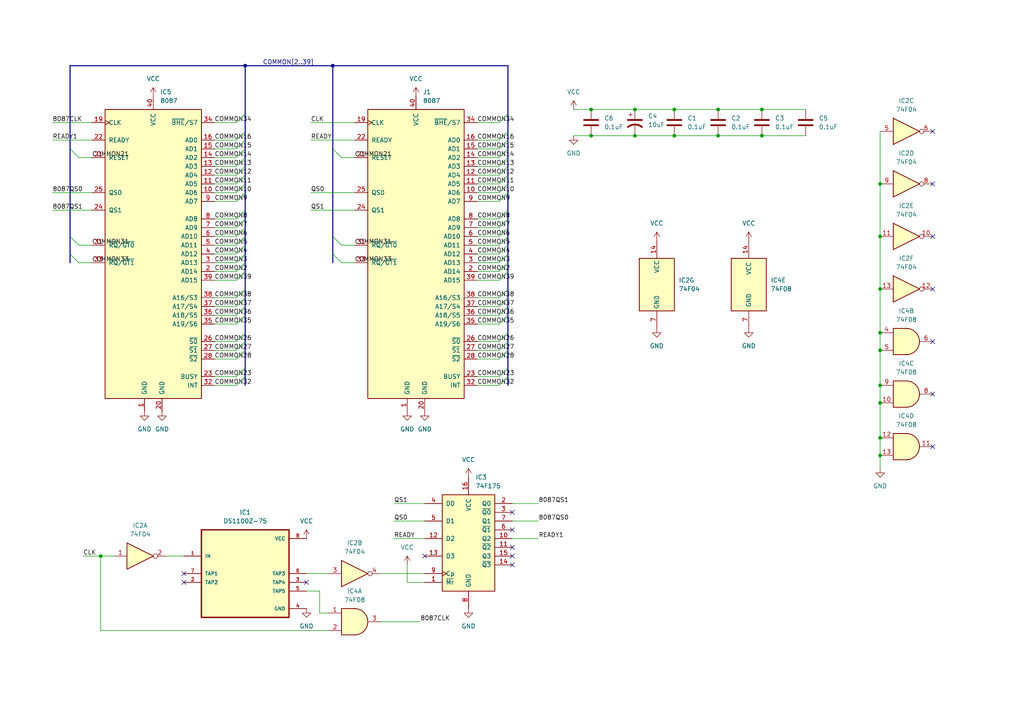
<source format=kicad_sch>
(kicad_sch (version 20211123) (generator eeschema)
  (paper "A4")
  (lib_symbols
    (symbol "74xx:74LS04"
      (property "Reference" "U" (at 0 1.27 0))
      (property "Value" "74LS04" (at 0 -1.27 0))
      (symbol "74LS04_1_0"
        (polyline (pts (xy -3.81 3.81) (xy -3.81 -3.81) (xy 3.81 0) (xy -3.81 3.81)) (stroke (width 0.254)) (fill (type background)))
        (pin input line (at -7.62 0 0) (length 3.81) (name "~") (number "1"))
        (pin output inverted (at 7.62 0 180) (length 3.81) (name "~") (number "2"))
      )
      (symbol "74LS04_2_0"
        (polyline (pts (xy -3.81 3.81) (xy -3.81 -3.81) (xy 3.81 0) (xy -3.81 3.81)) (stroke (width 0.254)) (fill (type background)))
        (pin input line (at -7.62 0 0) (length 3.81) (name "~") (number "3"))
        (pin output inverted (at 7.62 0 180) (length 3.81) (name "~") (number "4"))
      )
      (symbol "74LS04_3_0"
        (polyline (pts (xy -3.81 3.81) (xy -3.81 -3.81) (xy 3.81 0) (xy -3.81 3.81)) (stroke (width 0.254)) (fill (type background)))
        (pin input line (at -7.62 0 0) (length 3.81) (name "~") (number "5"))
        (pin output inverted (at 7.62 0 180) (length 3.81) (name "~") (number "6"))
      )
      (symbol "74LS04_4_0"
        (polyline (pts (xy -3.81 3.81) (xy -3.81 -3.81) (xy 3.81 0) (xy -3.81 3.81)) (stroke (width 0.254)) (fill (type background)))
        (pin output inverted (at 7.62 0 180) (length 3.81) (name "~") (number "8"))
        (pin input line (at -7.62 0 0) (length 3.81) (name "~") (number "9"))
      )
      (symbol "74LS04_5_0"
        (polyline (pts (xy -3.81 3.81) (xy -3.81 -3.81) (xy 3.81 0) (xy -3.81 3.81)) (stroke (width 0.254)) (fill (type background)))
        (pin output inverted (at 7.62 0 180) (length 3.81) (name "~") (number "10"))
        (pin input line (at -7.62 0 0) (length 3.81) (name "~") (number "11"))
      )
      (symbol "74LS04_6_0"
        (polyline (pts (xy -3.81 3.81) (xy -3.81 -3.81) (xy 3.81 0) (xy -3.81 3.81)) (stroke (width 0.254)) (fill (type background)))
        (pin output inverted (at 7.62 0 180) (length 3.81) (name "~") (number "12"))
        (pin input line (at -7.62 0 0) (length 3.81) (name "~") (number "13"))
      )
      (symbol "74LS04_7_0"
        (pin power_in line (at 0 12.7 270) (length 5.08) (name "VCC") (number "14"))
        (pin power_in line (at 0 -12.7 90) (length 5.08) (name "GND") (number "7"))
      )
      (symbol "74LS04_7_1"
        (rectangle (start -5.08 7.62) (end 5.08 -7.62) (stroke (width 0.254)) (fill (type background)))
      )
    )
    (symbol "74xx:74LS08" (pin_names (offset 1.016))
      (property "Reference" "U" (at 0 1.27 0))
      (property "Value" "74LS08" (at 0 -1.27 0))
      (symbol "74LS08_1_1"
        (arc (start 0 -3.81) (mid 3.81 0) (end 0 3.81) (stroke (width 0.254)) (fill (type background)))
        (polyline (pts (xy 0 3.81) (xy -3.81 3.81) (xy -3.81 -3.81) (xy 0 -3.81)) (stroke (width 0.254)) (fill (type background)))
        (pin input line (at -7.62 2.54 0) (length 3.81) (name "~") (number "1"))
        (pin input line (at -7.62 -2.54 0) (length 3.81) (name "~") (number "2"))
        (pin output line (at 7.62 0 180) (length 3.81) (name "~") (number "3"))
      )
      (symbol "74LS08_1_2"
        (arc (start -3.81 -3.81) (mid -2.589 0) (end -3.81 3.81) (stroke (width 0.254)))
        (arc (start -0.6096 -3.81) (mid 2.1842 -2.5851) (end 3.81 0) (stroke (width 0.254)) (fill (type background)))
        (polyline (pts (xy -3.81 -3.81) (xy -0.635 -3.81)) (stroke (width 0.254)) (fill (type background)))
        (polyline (pts (xy -3.81 3.81) (xy -0.635 3.81)) (stroke (width 0.254)) (fill (type background)))
        (polyline (pts (xy -0.635 3.81) (xy -3.81 3.81) (xy -3.81 3.81) (xy -3.556 3.4036) (xy -3.0226 2.2606) (xy -2.6924 1.0414) (xy -2.6162 -0.254) (xy -2.7686 -1.4986) (xy -3.175 -2.7178) (xy -3.81 -3.81) (xy -3.81 -3.81) (xy -0.635 -3.81)) (stroke (width -25.4)) (fill (type background)))
        (arc (start 3.81 0) (mid 2.1915 2.5936) (end -0.6096 3.81) (stroke (width 0.254)) (fill (type background)))
        (pin input inverted (at -7.62 2.54 0) (length 4.318) (name "~") (number "1"))
        (pin input inverted (at -7.62 -2.54 0) (length 4.318) (name "~") (number "2"))
        (pin output inverted (at 7.62 0 180) (length 3.81) (name "~") (number "3"))
      )
      (symbol "74LS08_2_1"
        (arc (start 0 -3.81) (mid 3.81 0) (end 0 3.81) (stroke (width 0.254)) (fill (type background)))
        (polyline (pts (xy 0 3.81) (xy -3.81 3.81) (xy -3.81 -3.81) (xy 0 -3.81)) (stroke (width 0.254)) (fill (type background)))
        (pin input line (at -7.62 2.54 0) (length 3.81) (name "~") (number "4"))
        (pin input line (at -7.62 -2.54 0) (length 3.81) (name "~") (number "5"))
        (pin output line (at 7.62 0 180) (length 3.81) (name "~") (number "6"))
      )
      (symbol "74LS08_2_2"
        (arc (start -3.81 -3.81) (mid -2.589 0) (end -3.81 3.81) (stroke (width 0.254)))
        (arc (start -0.6096 -3.81) (mid 2.1842 -2.5851) (end 3.81 0) (stroke (width 0.254)) (fill (type background)))
        (polyline (pts (xy -3.81 -3.81) (xy -0.635 -3.81)) (stroke (width 0.254)) (fill (type background)))
        (polyline (pts (xy -3.81 3.81) (xy -0.635 3.81)) (stroke (width 0.254)) (fill (type background)))
        (polyline (pts (xy -0.635 3.81) (xy -3.81 3.81) (xy -3.81 3.81) (xy -3.556 3.4036) (xy -3.0226 2.2606) (xy -2.6924 1.0414) (xy -2.6162 -0.254) (xy -2.7686 -1.4986) (xy -3.175 -2.7178) (xy -3.81 -3.81) (xy -3.81 -3.81) (xy -0.635 -3.81)) (stroke (width -25.4)) (fill (type background)))
        (arc (start 3.81 0) (mid 2.1915 2.5936) (end -0.6096 3.81) (stroke (width 0.254)) (fill (type background)))
        (pin input inverted (at -7.62 2.54 0) (length 4.318) (name "~") (number "4"))
        (pin input inverted (at -7.62 -2.54 0) (length 4.318) (name "~") (number "5"))
        (pin output inverted (at 7.62 0 180) (length 3.81) (name "~") (number "6"))
      )
      (symbol "74LS08_3_1"
        (arc (start 0 -3.81) (mid 3.81 0) (end 0 3.81) (stroke (width 0.254)) (fill (type background)))
        (polyline (pts (xy 0 3.81) (xy -3.81 3.81) (xy -3.81 -3.81) (xy 0 -3.81)) (stroke (width 0.254)) (fill (type background)))
        (pin input line (at -7.62 -2.54 0) (length 3.81) (name "~") (number "10"))
        (pin output line (at 7.62 0 180) (length 3.81) (name "~") (number "8"))
        (pin input line (at -7.62 2.54 0) (length 3.81) (name "~") (number "9"))
      )
      (symbol "74LS08_3_2"
        (arc (start -3.81 -3.81) (mid -2.589 0) (end -3.81 3.81) (stroke (width 0.254)))
        (arc (start -0.6096 -3.81) (mid 2.1842 -2.5851) (end 3.81 0) (stroke (width 0.254)) (fill (type background)))
        (polyline (pts (xy -3.81 -3.81) (xy -0.635 -3.81)) (stroke (width 0.254)) (fill (type background)))
        (polyline (pts (xy -3.81 3.81) (xy -0.635 3.81)) (stroke (width 0.254)) (fill (type background)))
        (polyline (pts (xy -0.635 3.81) (xy -3.81 3.81) (xy -3.81 3.81) (xy -3.556 3.4036) (xy -3.0226 2.2606) (xy -2.6924 1.0414) (xy -2.6162 -0.254) (xy -2.7686 -1.4986) (xy -3.175 -2.7178) (xy -3.81 -3.81) (xy -3.81 -3.81) (xy -0.635 -3.81)) (stroke (width -25.4)) (fill (type background)))
        (arc (start 3.81 0) (mid 2.1915 2.5936) (end -0.6096 3.81) (stroke (width 0.254)) (fill (type background)))
        (pin input inverted (at -7.62 -2.54 0) (length 4.318) (name "~") (number "10"))
        (pin output inverted (at 7.62 0 180) (length 3.81) (name "~") (number "8"))
        (pin input inverted (at -7.62 2.54 0) (length 4.318) (name "~") (number "9"))
      )
      (symbol "74LS08_4_1"
        (arc (start 0 -3.81) (mid 3.81 0) (end 0 3.81) (stroke (width 0.254)) (fill (type background)))
        (polyline (pts (xy 0 3.81) (xy -3.81 3.81) (xy -3.81 -3.81) (xy 0 -3.81)) (stroke (width 0.254)) (fill (type background)))
        (pin output line (at 7.62 0 180) (length 3.81) (name "~") (number "11"))
        (pin input line (at -7.62 2.54 0) (length 3.81) (name "~") (number "12"))
        (pin input line (at -7.62 -2.54 0) (length 3.81) (name "~") (number "13"))
      )
      (symbol "74LS08_4_2"
        (arc (start -3.81 -3.81) (mid -2.589 0) (end -3.81 3.81) (stroke (width 0.254)))
        (arc (start -0.6096 -3.81) (mid 2.1842 -2.5851) (end 3.81 0) (stroke (width 0.254)) (fill (type background)))
        (polyline (pts (xy -3.81 -3.81) (xy -0.635 -3.81)) (stroke (width 0.254)) (fill (type background)))
        (polyline (pts (xy -3.81 3.81) (xy -0.635 3.81)) (stroke (width 0.254)) (fill (type background)))
        (polyline (pts (xy -0.635 3.81) (xy -3.81 3.81) (xy -3.81 3.81) (xy -3.556 3.4036) (xy -3.0226 2.2606) (xy -2.6924 1.0414) (xy -2.6162 -0.254) (xy -2.7686 -1.4986) (xy -3.175 -2.7178) (xy -3.81 -3.81) (xy -3.81 -3.81) (xy -0.635 -3.81)) (stroke (width -25.4)) (fill (type background)))
        (arc (start 3.81 0) (mid 2.1915 2.5936) (end -0.6096 3.81) (stroke (width 0.254)) (fill (type background)))
        (pin output inverted (at 7.62 0 180) (length 3.81) (name "~") (number "11"))
        (pin input inverted (at -7.62 2.54 0) (length 4.318) (name "~") (number "12"))
        (pin input inverted (at -7.62 -2.54 0) (length 4.318) (name "~") (number "13"))
      )
      (symbol "74LS08_5_0"
        (pin power_in line (at 0 12.7 270) (length 5.08) (name "VCC") (number "14"))
        (pin power_in line (at 0 -12.7 90) (length 5.08) (name "GND") (number "7"))
      )
      (symbol "74LS08_5_1"
        (rectangle (start -5.08 7.62) (end 5.08 -7.62) (stroke (width 0.254)) (fill (type background)))
      )
    )
    (symbol "74xx:74LS175" (pin_names (offset 1.016))
      (property "Reference" "U" (at -7.62 13.97 0))
      (property "Value" "74LS175" (at -7.62 -16.51 0))
      (symbol "74LS175_1_0"
        (pin input line (at -12.7 -12.7 0) (length 5.08) (name "~{Mr}") (number "1"))
        (pin output line (at 12.7 0 180) (length 5.08) (name "Q2") (number "10"))
        (pin output line (at 12.7 -2.54 180) (length 5.08) (name "~{Q2}") (number "11"))
        (pin input line (at -12.7 0 0) (length 5.08) (name "D2") (number "12"))
        (pin input line (at -12.7 -5.08 0) (length 5.08) (name "D3") (number "13"))
        (pin output line (at 12.7 -7.62 180) (length 5.08) (name "~{Q3}") (number "14"))
        (pin output line (at 12.7 -5.08 180) (length 5.08) (name "Q3") (number "15"))
        (pin power_in line (at 0 17.78 270) (length 5.08) (name "VCC") (number "16"))
        (pin output line (at 12.7 10.16 180) (length 5.08) (name "Q0") (number "2"))
        (pin output line (at 12.7 7.62 180) (length 5.08) (name "~{Q0}") (number "3"))
        (pin input line (at -12.7 10.16 0) (length 5.08) (name "D0") (number "4"))
        (pin input line (at -12.7 5.08 0) (length 5.08) (name "D1") (number "5"))
        (pin output line (at 12.7 2.54 180) (length 5.08) (name "~{Q1}") (number "6"))
        (pin output line (at 12.7 5.08 180) (length 5.08) (name "Q1") (number "7"))
        (pin power_in line (at 0 -20.32 90) (length 5.08) (name "GND") (number "8"))
        (pin input clock (at -12.7 -10.16 0) (length 5.08) (name "Cp") (number "9"))
      )
      (symbol "74LS175_1_1"
        (rectangle (start -7.62 12.7) (end 7.62 -15.24) (stroke (width 0.254)) (fill (type background)))
      )
    )
    (symbol "DS1100Z-75:DS1100Z-75" (pin_names (offset 1.016))
      (property "Reference" "U" (at -12.7 13.6906 0))
      (property "Value" "DS1100Z-75" (at -12.7 -16.6878 0))
      (symbol "DS1100Z-75_0_0"
        (rectangle (start -12.7 -12.7) (end 12.7 12.7) (stroke (width 0.4064)) (fill (type background)))
        (pin input line (at -17.78 5.08 0) (length 5.08) (name "IN") (number "1"))
        (pin bidirectional line (at -17.78 -2.54 0) (length 5.08) (name "TAP2") (number "2"))
        (pin bidirectional line (at 17.78 -2.54 180) (length 5.08) (name "TAP4") (number "3"))
        (pin power_in line (at 17.78 -10.16 180) (length 5.08) (name "GND") (number "4"))
        (pin bidirectional line (at 17.78 -5.08 180) (length 5.08) (name "TAP5") (number "5"))
        (pin bidirectional line (at 17.78 0 180) (length 5.08) (name "TAP3") (number "6"))
        (pin bidirectional line (at -17.78 0 0) (length 5.08) (name "TAP1") (number "7"))
        (pin power_in line (at 17.78 10.16 180) (length 5.08) (name "VCC") (number "8"))
      )
    )
    (symbol "Device:C" (pin_numbers hide) (pin_names (offset 0.254))
      (property "Reference" "C" (at 0.635 2.54 0))
      (property "Value" "C" (at 0.635 -2.54 0))
      (symbol "C_0_1"
        (polyline (pts (xy -2.032 -0.762) (xy 2.032 -0.762)) (stroke (width 0.508)))
        (polyline (pts (xy -2.032 0.762) (xy 2.032 0.762)) (stroke (width 0.508)))
      )
      (symbol "C_1_1"
        (pin passive line (at 0 3.81 270) (length 2.794) (name "~") (number "1"))
        (pin passive line (at 0 -3.81 90) (length 2.794) (name "~") (number "2"))
      )
    )
    (symbol "Device:C_Polarized_US" (pin_numbers hide) (pin_names (offset 0.254) hide)
      (property "Reference" "C" (at 0.635 2.54 0))
      (property "Value" "C_Polarized_US" (at 0.635 -2.54 0))
      (symbol "C_Polarized_US_0_1"
        (polyline (pts (xy -2.032 0.762) (xy 2.032 0.762)) (stroke (width 0.508)))
        (polyline (pts (xy -1.778 2.286) (xy -0.762 2.286)))
        (polyline (pts (xy -1.27 1.778) (xy -1.27 2.794)))
        (arc (start 2.032 -1.27) (mid 0 -0.5572) (end -2.032 -1.27) (stroke (width 0.508)))
      )
      (symbol "C_Polarized_US_1_1"
        (pin passive line (at 0 3.81 270) (length 2.794) (name "~") (number "1"))
        (pin passive line (at 0 -3.81 90) (length 3.302) (name "~") (number "2"))
      )
    )
    (symbol "MCU_Intel:8087" (pin_names (offset 1.016))
      (property "Reference" "U" (at -12.7 43.18 0))
      (property "Value" "8087" (at 10.16 43.18 0))
      (symbol "8087_0_1"
        (rectangle (start 13.97 -41.91) (end -13.97 41.91) (stroke (width 0.254)) (fill (type background)))
      )
      (symbol "8087_1_1"
        (pin power_in line (at -2.54 -45.72 90) (length 3.81) (name "GND") (number "1"))
        (pin bidirectional line (at 17.78 17.78 180) (length 3.81) (name "AD6") (number "10"))
        (pin bidirectional line (at 17.78 20.32 180) (length 3.81) (name "AD5") (number "11"))
        (pin bidirectional line (at 17.78 22.86 180) (length 3.81) (name "AD4") (number "12"))
        (pin bidirectional line (at 17.78 25.4 180) (length 3.81) (name "AD3") (number "13"))
        (pin bidirectional line (at 17.78 27.94 180) (length 3.81) (name "AD2") (number "14"))
        (pin bidirectional line (at 17.78 30.48 180) (length 3.81) (name "AD1") (number "15"))
        (pin bidirectional line (at 17.78 33.02 180) (length 3.81) (name "AD0") (number "16"))
        (pin no_connect line (at -17.78 -30.48 0) (length 3.81) hide (name "NC") (number "17"))
        (pin no_connect line (at -17.78 -33.02 0) (length 3.81) hide (name "NC") (number "18"))
        (pin input clock (at -17.78 38.1 0) (length 3.81) (name "CLK") (number "19"))
        (pin bidirectional line (at 17.78 -5.08 180) (length 3.81) (name "AD14") (number "2"))
        (pin power_in line (at 2.54 -45.72 90) (length 3.81) (name "GND") (number "20"))
        (pin input line (at -17.78 27.94 0) (length 3.81) (name "RESET") (number "21"))
        (pin input line (at -17.78 33.02 0) (length 3.81) (name "READY") (number "22"))
        (pin output line (at 17.78 -35.56 180) (length 3.81) (name "BUSY") (number "23"))
        (pin input line (at -17.78 12.7 0) (length 3.81) (name "QS1") (number "24"))
        (pin input line (at -17.78 17.78 0) (length 3.81) (name "QS0") (number "25"))
        (pin bidirectional line (at 17.78 -25.4 180) (length 3.81) (name "~{S0}") (number "26"))
        (pin bidirectional line (at 17.78 -27.94 180) (length 3.81) (name "~{S1}") (number "27"))
        (pin bidirectional line (at 17.78 -30.48 180) (length 3.81) (name "~{S2}") (number "28"))
        (pin no_connect line (at -17.78 -35.56 0) (length 3.81) hide (name "NC") (number "29"))
        (pin bidirectional line (at 17.78 -2.54 180) (length 3.81) (name "AD13") (number "3"))
        (pin no_connect line (at -17.78 -38.1 0) (length 3.81) hide (name "NC") (number "30"))
        (pin bidirectional line (at -17.78 2.54 0) (length 3.81) (name "~{RQ}/~{GT0}") (number "31"))
        (pin output line (at 17.78 -38.1 180) (length 3.81) (name "INT") (number "32"))
        (pin bidirectional line (at -17.78 -2.54 0) (length 3.81) (name "~{RQ}/~{GT1}") (number "33"))
        (pin bidirectional line (at 17.78 38.1 180) (length 3.81) (name "~{BHE}/S7") (number "34"))
        (pin bidirectional line (at 17.78 -20.32 180) (length 3.81) (name "A19/S6") (number "35"))
        (pin bidirectional line (at 17.78 -17.78 180) (length 3.81) (name "A18/S5") (number "36"))
        (pin bidirectional line (at 17.78 -15.24 180) (length 3.81) (name "A17/S4") (number "37"))
        (pin bidirectional line (at 17.78 -12.7 180) (length 3.81) (name "A16/S3") (number "38"))
        (pin bidirectional line (at 17.78 -7.62 180) (length 3.81) (name "AD15") (number "39"))
        (pin bidirectional line (at 17.78 0 180) (length 3.81) (name "AD12") (number "4"))
        (pin power_in line (at 0 45.72 270) (length 3.81) (name "VCC") (number "40"))
        (pin bidirectional line (at 17.78 2.54 180) (length 3.81) (name "AD11") (number "5"))
        (pin bidirectional line (at 17.78 5.08 180) (length 3.81) (name "AD10") (number "6"))
        (pin bidirectional line (at 17.78 7.62 180) (length 3.81) (name "AD9") (number "7"))
        (pin bidirectional line (at 17.78 10.16 180) (length 3.81) (name "AD8") (number "8"))
        (pin bidirectional line (at 17.78 15.24 180) (length 3.81) (name "AD7") (number "9"))
      )
    )
    (symbol "power:GND" (power) (pin_names (offset 0))
      (property "Value" "GND" (at 0 -3.81 0))
      (symbol "GND_0_1"
        (polyline (pts (xy 0 0) (xy 0 -1.27) (xy 1.27 -1.27) (xy 0 -2.54) (xy -1.27 -1.27) (xy 0 -1.27)))
      )
      (symbol "GND_1_1"
        (pin power_in line (at 0 0 270) (length 0) hide (name "GND") (number "1"))
      )
    )
    (symbol "power:VCC" (power) (pin_names (offset 0))
      (property "Value" "VCC" (at 0 3.81 0))
      (symbol "VCC_0_1"
        (polyline (pts (xy -0.762 1.27) (xy 0 2.54)))
        (polyline (pts (xy 0 0) (xy 0 2.54)))
        (polyline (pts (xy 0 2.54) (xy 0.762 1.27)))
      )
      (symbol "VCC_1_1"
        (pin power_in line (at 0 0 90) (length 0) hide (name "VCC") (number "1"))
      )
    )
  )
  (junction (at 255.27 68.58))
  (junction (at 255.27 53.34))
  (junction (at 195.58 31.75))
  (junction (at 195.58 39.37))
  (junction (at 71.12 19.05))
  (junction (at 255.27 132.08))
  (junction (at 255.27 111.76))
  (junction (at 171.45 39.37))
  (junction (at 171.45 31.75))
  (junction (at 255.27 96.52))
  (junction (at 255.27 127))
  (junction (at 184.15 31.75))
  (junction (at 255.27 83.82))
  (junction (at 29.21 161.29))
  (junction (at 255.27 116.84))
  (junction (at 220.98 39.37))
  (junction (at 255.27 101.6))
  (junction (at 208.28 39.37))
  (junction (at 96.52 19.05))
  (junction (at 184.15 39.37))
  (junction (at 220.98 31.75))
  (junction (at 208.28 31.75))
  (no_connect (at 270.51 38.1))
  (no_connect (at 270.51 53.34))
  (no_connect (at 270.51 68.58))
  (no_connect (at 270.51 83.82))
  (no_connect (at 123.19 161.29))
  (no_connect (at 148.59 148.59))
  (no_connect (at 148.59 161.29))
  (no_connect (at 148.59 163.83))
  (no_connect (at 148.59 153.67))
  (no_connect (at 148.59 158.75))
  (no_connect (at 270.51 99.06))
  (no_connect (at 270.51 114.3))
  (no_connect (at 270.51 129.54))
  (no_connect (at 53.34 166.37))
  (no_connect (at 53.34 168.91))
  (no_connect (at 88.9 168.91))
  (bus_entry (at 71.12 66.04) (size -2.54 2.54))
  (bus_entry (at 96.52 68.58) (size 2.54 2.54))
  (bus_entry (at 147.32 63.5) (size -2.54 2.54))
  (bus_entry (at 147.32 86.36) (size -2.54 2.54))
  (bus_entry (at 147.32 66.04) (size -2.54 2.54))
  (bus_entry (at 71.12 68.58) (size -2.54 2.54))
  (bus_entry (at 147.32 50.8) (size -2.54 2.54))
  (bus_entry (at 147.32 96.52) (size -2.54 2.54))
  (bus_entry (at 71.12 78.74) (size -2.54 2.54))
  (bus_entry (at 20.32 68.58) (size 2.54 2.54))
  (bus_entry (at 71.12 83.82) (size -2.54 2.54))
  (bus_entry (at 20.32 43.18) (size 2.54 2.54))
  (bus_entry (at 147.32 71.12) (size -2.54 2.54))
  (bus_entry (at 71.12 40.64) (size -2.54 2.54))
  (bus_entry (at 147.32 38.1) (size -2.54 2.54))
  (bus_entry (at 71.12 86.36) (size -2.54 2.54))
  (bus_entry (at 147.32 53.34) (size -2.54 2.54))
  (bus_entry (at 71.12 33.02) (size -2.54 2.54))
  (bus_entry (at 147.32 48.26) (size -2.54 2.54))
  (bus_entry (at 147.32 45.72) (size -2.54 2.54))
  (bus_entry (at 147.32 109.22) (size -2.54 2.54))
  (bus_entry (at 71.12 109.22) (size -2.54 2.54))
  (bus_entry (at 147.32 99.06) (size -2.54 2.54))
  (bus_entry (at 71.12 53.34) (size -2.54 2.54))
  (bus_entry (at 71.12 48.26) (size -2.54 2.54))
  (bus_entry (at 71.12 106.68) (size -2.54 2.54))
  (bus_entry (at 147.32 68.58) (size -2.54 2.54))
  (bus_entry (at 147.32 106.68) (size -2.54 2.54))
  (bus_entry (at 147.32 33.02) (size -2.54 2.54))
  (bus_entry (at 71.12 50.8) (size -2.54 2.54))
  (bus_entry (at 147.32 101.6) (size -2.54 2.54))
  (bus_entry (at 71.12 63.5) (size -2.54 2.54))
  (bus_entry (at 71.12 43.18) (size -2.54 2.54))
  (bus_entry (at 147.32 91.44) (size -2.54 2.54))
  (bus_entry (at 147.32 76.2) (size -2.54 2.54))
  (bus_entry (at 71.12 71.12) (size -2.54 2.54))
  (bus_entry (at 71.12 76.2) (size -2.54 2.54))
  (bus_entry (at 71.12 96.52) (size -2.54 2.54))
  (bus_entry (at 147.32 73.66) (size -2.54 2.54))
  (bus_entry (at 147.32 40.64) (size -2.54 2.54))
  (bus_entry (at 147.32 43.18) (size -2.54 2.54))
  (bus_entry (at 71.12 38.1) (size -2.54 2.54))
  (bus_entry (at 20.32 73.66) (size 2.54 2.54))
  (bus_entry (at 71.12 101.6) (size -2.54 2.54))
  (bus_entry (at 147.32 88.9) (size -2.54 2.54))
  (bus_entry (at 147.32 55.88) (size -2.54 2.54))
  (bus_entry (at 71.12 88.9) (size -2.54 2.54))
  (bus_entry (at 71.12 73.66) (size -2.54 2.54))
  (bus_entry (at 96.52 43.18) (size 2.54 2.54))
  (bus_entry (at 71.12 99.06) (size -2.54 2.54))
  (bus_entry (at 147.32 83.82) (size -2.54 2.54))
  (bus_entry (at 147.32 60.96) (size -2.54 2.54))
  (bus_entry (at 71.12 60.96) (size -2.54 2.54))
  (bus_entry (at 71.12 45.72) (size -2.54 2.54))
  (bus_entry (at 71.12 91.44) (size -2.54 2.54))
  (bus_entry (at 71.12 55.88) (size -2.54 2.54))
  (bus_entry (at 96.52 73.66) (size 2.54 2.54))
  (bus_entry (at 147.32 78.74) (size -2.54 2.54))
  (wire (pts (xy 184.15 31.75) (xy 195.58 31.75)))
  (wire (pts (xy 138.43 66.04) (xy 144.78 66.04)))
  (bus (pts (xy 71.12 106.68) (xy 71.12 109.22)))
  (bus (pts (xy 71.12 38.1) (xy 71.12 40.64)))
  (bus (pts (xy 71.12 45.72) (xy 71.12 48.26)))
  (wire (pts (xy 62.23 81.28) (xy 68.58 81.28)))
  (wire (pts (xy 184.15 39.37) (xy 195.58 39.37)))
  (wire (pts (xy 62.23 109.22) (xy 68.58 109.22)))
  (bus (pts (xy 147.32 60.96) (xy 147.32 63.5)))
  (wire (pts (xy 138.43 78.74) (xy 144.78 78.74)))
  (wire (pts (xy 90.17 55.88) (xy 102.87 55.88)))
  (bus (pts (xy 147.32 71.12) (xy 147.32 73.66)))
  (bus (pts (xy 147.32 55.88) (xy 147.32 60.96)))
  (bus (pts (xy 147.32 101.6) (xy 147.32 106.68)))
  (bus (pts (xy 147.32 43.18) (xy 147.32 45.72)))
  (wire (pts (xy 62.23 50.8) (xy 68.58 50.8)))
  (bus (pts (xy 96.52 43.18) (xy 96.52 68.58)))
  (bus (pts (xy 71.12 96.52) (xy 71.12 99.06)))
  (wire (pts (xy 22.86 71.12) (xy 26.67 71.12)))
  (wire (pts (xy 62.23 93.98) (xy 68.58 93.98)))
  (wire (pts (xy 255.27 68.58) (xy 255.27 83.82)))
  (bus (pts (xy 147.32 19.05) (xy 147.32 33.02)))
  (bus (pts (xy 147.32 83.82) (xy 147.32 86.36)))
  (wire (pts (xy 138.43 58.42) (xy 144.78 58.42)))
  (wire (pts (xy 62.23 63.5) (xy 68.58 63.5)))
  (wire (pts (xy 138.43 55.88) (xy 144.78 55.88)))
  (bus (pts (xy 71.12 60.96) (xy 71.12 63.5)))
  (wire (pts (xy 220.98 31.75) (xy 233.68 31.75)))
  (bus (pts (xy 147.32 48.26) (xy 147.32 50.8)))
  (wire (pts (xy 138.43 76.2) (xy 144.78 76.2)))
  (wire (pts (xy 90.17 35.56) (xy 102.87 35.56)))
  (wire (pts (xy 15.24 60.96) (xy 26.67 60.96)))
  (wire (pts (xy 118.11 163.83) (xy 118.11 168.91)))
  (wire (pts (xy 95.25 166.37) (xy 88.9 166.37)))
  (wire (pts (xy 62.23 43.18) (xy 68.58 43.18)))
  (bus (pts (xy 96.52 19.05) (xy 96.52 43.18)))
  (bus (pts (xy 71.12 48.26) (xy 71.12 50.8)))
  (wire (pts (xy 138.43 48.26) (xy 144.78 48.26)))
  (wire (pts (xy 138.43 45.72) (xy 144.78 45.72)))
  (wire (pts (xy 24.13 161.29) (xy 29.21 161.29)))
  (wire (pts (xy 62.23 45.72) (xy 68.58 45.72)))
  (wire (pts (xy 255.27 127) (xy 255.27 132.08)))
  (wire (pts (xy 90.17 40.64) (xy 102.87 40.64)))
  (bus (pts (xy 71.12 78.74) (xy 71.12 83.82)))
  (bus (pts (xy 71.12 50.8) (xy 71.12 53.34)))
  (wire (pts (xy 62.23 71.12) (xy 68.58 71.12)))
  (wire (pts (xy 148.59 146.05) (xy 156.21 146.05)))
  (bus (pts (xy 71.12 66.04) (xy 71.12 68.58)))
  (bus (pts (xy 147.32 45.72) (xy 147.32 48.26)))
  (wire (pts (xy 138.43 101.6) (xy 144.78 101.6)))
  (wire (pts (xy 29.21 182.88) (xy 29.21 161.29)))
  (wire (pts (xy 166.37 39.37) (xy 171.45 39.37)))
  (wire (pts (xy 62.23 111.76) (xy 68.58 111.76)))
  (bus (pts (xy 71.12 55.88) (xy 71.12 60.96)))
  (wire (pts (xy 110.49 180.34) (xy 121.92 180.34)))
  (wire (pts (xy 29.21 161.29) (xy 33.02 161.29)))
  (bus (pts (xy 147.32 68.58) (xy 147.32 71.12)))
  (wire (pts (xy 148.59 156.21) (xy 156.21 156.21)))
  (wire (pts (xy 99.06 76.2) (xy 102.87 76.2)))
  (wire (pts (xy 62.23 78.74) (xy 68.58 78.74)))
  (bus (pts (xy 71.12 73.66) (xy 71.12 76.2)))
  (wire (pts (xy 62.23 66.04) (xy 68.58 66.04)))
  (wire (pts (xy 138.43 93.98) (xy 144.78 93.98)))
  (wire (pts (xy 171.45 31.75) (xy 184.15 31.75)))
  (wire (pts (xy 22.86 45.72) (xy 26.67 45.72)))
  (wire (pts (xy 95.25 182.88) (xy 29.21 182.88)))
  (wire (pts (xy 92.71 177.8) (xy 95.25 177.8)))
  (bus (pts (xy 20.32 19.05) (xy 71.12 19.05)))
  (wire (pts (xy 114.3 156.21) (xy 123.19 156.21)))
  (wire (pts (xy 255.27 83.82) (xy 255.27 96.52)))
  (bus (pts (xy 147.32 63.5) (xy 147.32 66.04)))
  (wire (pts (xy 62.23 68.58) (xy 68.58 68.58)))
  (wire (pts (xy 62.23 88.9) (xy 68.58 88.9)))
  (bus (pts (xy 147.32 86.36) (xy 147.32 88.9)))
  (bus (pts (xy 147.32 73.66) (xy 147.32 76.2)))
  (wire (pts (xy 138.43 88.9) (xy 144.78 88.9)))
  (wire (pts (xy 138.43 71.12) (xy 144.78 71.12)))
  (bus (pts (xy 71.12 53.34) (xy 71.12 55.88)))
  (wire (pts (xy 62.23 91.44) (xy 68.58 91.44)))
  (wire (pts (xy 148.59 151.13) (xy 156.21 151.13)))
  (wire (pts (xy 62.23 58.42) (xy 68.58 58.42)))
  (bus (pts (xy 71.12 19.05) (xy 71.12 33.02)))
  (wire (pts (xy 62.23 40.64) (xy 68.58 40.64)))
  (bus (pts (xy 71.12 68.58) (xy 71.12 71.12)))
  (bus (pts (xy 147.32 78.74) (xy 147.32 83.82)))
  (wire (pts (xy 255.27 96.52) (xy 255.27 101.6)))
  (wire (pts (xy 99.06 71.12) (xy 102.87 71.12)))
  (bus (pts (xy 96.52 68.58) (xy 96.52 73.66)))
  (bus (pts (xy 71.12 88.9) (xy 71.12 91.44)))
  (wire (pts (xy 15.24 40.64) (xy 26.67 40.64)))
  (bus (pts (xy 71.12 71.12) (xy 71.12 73.66)))
  (wire (pts (xy 62.23 104.14) (xy 68.58 104.14)))
  (wire (pts (xy 22.86 76.2) (xy 26.67 76.2)))
  (bus (pts (xy 147.32 40.64) (xy 147.32 43.18)))
  (wire (pts (xy 99.06 45.72) (xy 102.87 45.72)))
  (bus (pts (xy 147.32 76.2) (xy 147.32 78.74)))
  (bus (pts (xy 147.32 106.68) (xy 147.32 109.22)))
  (wire (pts (xy 195.58 39.37) (xy 208.28 39.37)))
  (bus (pts (xy 147.32 99.06) (xy 147.32 101.6)))
  (wire (pts (xy 118.11 168.91) (xy 123.19 168.91)))
  (bus (pts (xy 71.12 101.6) (xy 71.12 106.68)))
  (bus (pts (xy 71.12 91.44) (xy 71.12 96.52)))
  (bus (pts (xy 147.32 88.9) (xy 147.32 91.44)))
  (wire (pts (xy 62.23 53.34) (xy 68.58 53.34)))
  (wire (pts (xy 90.17 60.96) (xy 102.87 60.96)))
  (bus (pts (xy 20.32 73.66) (xy 20.32 68.58)))
  (wire (pts (xy 255.27 101.6) (xy 255.27 111.76)))
  (wire (pts (xy 123.19 166.37) (xy 110.49 166.37)))
  (wire (pts (xy 62.23 101.6) (xy 68.58 101.6)))
  (wire (pts (xy 138.43 109.22) (xy 144.78 109.22)))
  (wire (pts (xy 138.43 73.66) (xy 144.78 73.66)))
  (bus (pts (xy 147.32 38.1) (xy 147.32 40.64)))
  (wire (pts (xy 92.71 171.45) (xy 92.71 177.8)))
  (wire (pts (xy 208.28 31.75) (xy 220.98 31.75)))
  (bus (pts (xy 71.12 76.2) (xy 71.12 78.74)))
  (wire (pts (xy 138.43 81.28) (xy 144.78 81.28)))
  (wire (pts (xy 62.23 55.88) (xy 68.58 55.88)))
  (wire (pts (xy 15.24 55.88) (xy 26.67 55.88)))
  (bus (pts (xy 147.32 109.22) (xy 147.32 111.76)))
  (wire (pts (xy 15.24 35.56) (xy 26.67 35.56)))
  (bus (pts (xy 71.12 86.36) (xy 71.12 88.9)))
  (wire (pts (xy 208.28 39.37) (xy 220.98 39.37)))
  (wire (pts (xy 255.27 116.84) (xy 255.27 127)))
  (wire (pts (xy 166.37 31.75) (xy 171.45 31.75)))
  (wire (pts (xy 114.3 146.05) (xy 123.19 146.05)))
  (wire (pts (xy 62.23 76.2) (xy 68.58 76.2)))
  (bus (pts (xy 147.32 53.34) (xy 147.32 55.88)))
  (wire (pts (xy 138.43 86.36) (xy 144.78 86.36)))
  (bus (pts (xy 71.12 33.02) (xy 71.12 38.1)))
  (wire (pts (xy 62.23 48.26) (xy 68.58 48.26)))
  (wire (pts (xy 138.43 104.14) (xy 144.78 104.14)))
  (wire (pts (xy 255.27 38.1) (xy 255.27 53.34)))
  (wire (pts (xy 138.43 63.5) (xy 144.78 63.5)))
  (wire (pts (xy 62.23 86.36) (xy 68.58 86.36)))
  (wire (pts (xy 88.9 171.45) (xy 92.71 171.45)))
  (bus (pts (xy 147.32 33.02) (xy 147.32 38.1)))
  (bus (pts (xy 147.32 66.04) (xy 147.32 68.58)))
  (bus (pts (xy 147.32 96.52) (xy 147.32 99.06)))
  (wire (pts (xy 53.34 161.29) (xy 48.26 161.29)))
  (wire (pts (xy 138.43 68.58) (xy 144.78 68.58)))
  (bus (pts (xy 71.12 19.05) (xy 96.52 19.05)))
  (wire (pts (xy 138.43 50.8) (xy 144.78 50.8)))
  (bus (pts (xy 71.12 99.06) (xy 71.12 101.6)))
  (wire (pts (xy 114.3 151.13) (xy 123.19 151.13)))
  (wire (pts (xy 62.23 35.56) (xy 68.58 35.56)))
  (bus (pts (xy 71.12 43.18) (xy 71.12 45.72)))
  (wire (pts (xy 195.58 31.75) (xy 208.28 31.75)))
  (wire (pts (xy 138.43 53.34) (xy 144.78 53.34)))
  (bus (pts (xy 147.32 50.8) (xy 147.32 53.34)))
  (wire (pts (xy 138.43 111.76) (xy 144.78 111.76)))
  (bus (pts (xy 71.12 63.5) (xy 71.12 66.04)))
  (wire (pts (xy 62.23 99.06) (xy 68.58 99.06)))
  (bus (pts (xy 20.32 76.2) (xy 20.32 73.66)))
  (wire (pts (xy 255.27 53.34) (xy 255.27 68.58)))
  (wire (pts (xy 138.43 40.64) (xy 144.78 40.64)))
  (bus (pts (xy 20.32 43.18) (xy 20.32 19.05)))
  (wire (pts (xy 138.43 91.44) (xy 144.78 91.44)))
  (wire (pts (xy 138.43 43.18) (xy 144.78 43.18)))
  (bus (pts (xy 96.52 73.66) (xy 96.52 76.2)))
  (bus (pts (xy 71.12 109.22) (xy 71.12 111.76)))
  (wire (pts (xy 255.27 132.08) (xy 255.27 135.89)))
  (bus (pts (xy 71.12 40.64) (xy 71.12 43.18)))
  (wire (pts (xy 220.98 39.37) (xy 233.68 39.37)))
  (bus (pts (xy 20.32 68.58) (xy 20.32 43.18)))
  (wire (pts (xy 171.45 39.37) (xy 184.15 39.37)))
  (wire (pts (xy 255.27 111.76) (xy 255.27 116.84)))
  (bus (pts (xy 71.12 83.82) (xy 71.12 86.36)))
  (bus (pts (xy 96.52 19.05) (xy 147.32 19.05)))
  (wire (pts (xy 138.43 99.06) (xy 144.78 99.06)))
  (bus (pts (xy 147.32 91.44) (xy 147.32 96.52)))
  (wire (pts (xy 62.23 73.66) (xy 68.58 73.66)))
  (wire (pts (xy 138.43 35.56) (xy 144.78 35.56)))
  (label "COMMON2" (at 138.43 78.74 0))
  (label "CLK" (at 24.13 161.29 0))
  (label "COMMON16" (at 62.23 40.64 0))
  (label "READY1" (at 15.24 40.64 0))
  (label "COMMON34" (at 62.23 35.56 0))
  (label "COMMON5" (at 62.23 71.12 0))
  (label "COMMON14" (at 138.43 45.72 0))
  (label "QS1" (at 90.17 60.96 0))
  (label "COMMON34" (at 138.43 35.56 0))
  (label "COMMON8" (at 62.23 63.5 0))
  (label "COMMON36" (at 138.43 91.44 0))
  (label "8087QS1" (at 156.21 146.05 0))
  (label "COMMON9" (at 62.23 58.42 0))
  (label "COMMON23" (at 138.43 109.22 0))
  (label "COMMON32" (at 62.23 111.76 0))
  (label "8087QS0" (at 15.24 55.88 0))
  (label "COMMON9" (at 138.43 58.42 0))
  (label "8087CLK" (at 15.24 35.56 0))
  (label "COMMON13" (at 138.43 48.26 0))
  (label "READY" (at 114.3 156.21 0))
  (label "COMMON35" (at 138.43 93.98 0))
  (label "COMMON37" (at 138.43 88.9 0))
  (label "COMMON35" (at 62.23 93.98 0))
  (label "COMMON3" (at 138.43 76.2 0))
  (label "COMMON10" (at 62.23 55.88 0))
  (label "COMMON38" (at 138.43 86.36 0))
  (label "COMMON11" (at 62.23 53.34 0))
  (label "QS0" (at 114.3 151.13 0))
  (label "COMMON6" (at 138.43 68.58 0))
  (label "8087QS1" (at 15.24 60.96 0))
  (label "COMMON26" (at 62.23 99.06 0))
  (label "QS0" (at 90.17 55.88 0))
  (label "CLK" (at 90.17 35.56 0))
  (label "COMMON28" (at 62.23 104.14 0))
  (label "COMMON15" (at 62.23 43.18 0))
  (label "COMMON4" (at 62.23 73.66 0))
  (label "COMMON5" (at 138.43 71.12 0))
  (label "COMMON8" (at 138.43 63.5 0))
  (label "COMMON21" (at 102.87 45.72 0))
  (label "COMMON23" (at 62.23 109.22 0))
  (label "8087CLK" (at 121.92 180.34 0))
  (label "COMMON16" (at 138.43 40.64 0))
  (label "COMMON33" (at 102.87 76.2 0))
  (label "COMMON28" (at 138.43 104.14 0))
  (label "COMMON31" (at 26.67 71.12 0))
  (label "COMMON[2..39]" (at 76.2 19.05 0))
  (label "COMMON33" (at 26.67 76.2 0))
  (label "COMMON12" (at 138.43 50.8 0))
  (label "COMMON15" (at 138.43 43.18 0))
  (label "COMMON2" (at 62.23 78.74 0))
  (label "COMMON39" (at 62.23 81.28 0))
  (label "READY" (at 90.17 40.64 0))
  (label "COMMON32" (at 138.43 111.76 0))
  (label "COMMON36" (at 62.23 91.44 0))
  (label "8087QS0" (at 156.21 151.13 0))
  (label "COMMON7" (at 62.23 66.04 0))
  (label "COMMON3" (at 62.23 76.2 0))
  (label "COMMON27" (at 62.23 101.6 0))
  (label "COMMON37" (at 62.23 88.9 0))
  (label "COMMON12" (at 62.23 50.8 0))
  (label "COMMON26" (at 138.43 99.06 0))
  (label "COMMON21" (at 26.67 45.72 0))
  (label "COMMON38" (at 62.23 86.36 0))
  (label "COMMON14" (at 62.23 45.72 0))
  (label "READY1" (at 156.21 156.21 0))
  (label "COMMON39" (at 138.43 81.28 0))
  (label "COMMON7" (at 138.43 66.04 0))
  (label "QS1" (at 114.3 146.05 0))
  (label "COMMON27" (at 138.43 101.6 0))
  (label "COMMON13" (at 62.23 48.26 0))
  (label "COMMON6" (at 62.23 68.58 0))
  (label "COMMON31" (at 102.87 71.12 0))
  (label "COMMON4" (at 138.43 73.66 0))
  (label "COMMON11" (at 138.43 53.34 0))
  (label "COMMON10" (at 138.43 55.88 0))
  (symbol (lib_id "power:VCC") (at 190.5 69.85 0) (unit 1)
    (property "Reference" "#PWR014" (effects hide))
    (property "Value" "VCC" (at 190.5 64.77 0))
  )
  (symbol (lib_id "power:GND") (at 118.11 119.38 0) (unit 1)
    (property "Reference" "#PWR06" (effects hide))
    (property "Value" "GND" (at 118.11 124.46 0))
  )
  (symbol (lib_id "DS1100Z-75:DS1100Z-75") (at 71.12 166.37 0) (unit 1)
    (property "Reference" "IC1" (at 71.12 148.59 0))
    (property "Value" "DS1100Z-75" (at 71.12 151.13 0))
    (property "Footprint" "SOIC127P600X175-8N" (effects hide))
    (property "Datasheet" "https://datasheets.maximintegrated.com/en/ds/DS1100.pdf" (effects hide))
  )
  (symbol (lib_id "power:VCC") (at 217.17 69.85 0) (unit 1)
    (property "Reference" "#PWR016" (effects hide))
    (property "Value" "VCC" (at 217.17 64.77 0))
  )
  (symbol (lib_id "Device:C") (at 208.28 35.56 0) (unit 1)
    (property "Reference" "C2" (at 212.09 34.2899 0) (effects (justify left)))
    (property "Value" "0.1uF" (at 212.09 36.8299 0) (effects (justify left)))
    (property "Footprint" "Capacitor_THT:C_Disc_D5.0mm_W2.5mm_P5.00mm" (effects hide))
  )
  (symbol (lib_id "74xx:74LS08") (at 262.89 129.54 0) (unit 4)
    (property "Reference" "IC4" (at 262.89 120.65 0))
    (property "Value" "74F08" (at 262.89 123.19 0))
    (property "Footprint" "Package_DIP:DIP-14_W7.62mm_Socket_LongPads" (effects hide))
    (property "Datasheet" "https://www.ti.com/lit/ds/symlink/sn74f08.pdf" (effects hide))
  )
  (symbol (lib_id "74xx:74LS04") (at 190.5 82.55 0) (unit 7)
    (property "Reference" "IC2" (at 196.85 81.2799 0) (effects (justify left)))
    (property "Value" "74F04" (at 196.85 83.8199 0) (effects (justify left)))
    (property "Footprint" "Package_DIP:DIP-14_W7.62mm_Socket_LongPads" (effects hide))
    (property "Datasheet" "https://www.ti.com/lit/ds/symlink/sn74f04.pdf" (effects hide))
  )
  (symbol (lib_id "74xx:74LS175") (at 135.89 156.21 0) (unit 1)
    (property "Reference" "IC3" (at 137.9094 138.43 0) (effects (justify left)))
    (property "Value" "74F175" (at 137.9094 140.97 0) (effects (justify left)))
    (property "Footprint" "Package_DIP:DIP-16_W7.62mm_Socket_LongPads" (effects hide))
    (property "Datasheet" "https://www.ti.com/lit/ds/symlink/sn74f175.pdf" (effects hide))
  )
  (symbol (lib_id "74xx:74LS04") (at 262.89 83.82 0) (unit 6)
    (property "Reference" "IC2" (at 262.89 74.93 0))
    (property "Value" "74F04" (at 262.89 77.47 0))
    (property "Footprint" "Package_DIP:DIP-14_W7.62mm_Socket_LongPads" (effects hide))
    (property "Datasheet" "https://www.ti.com/lit/ds/symlink/sn74f04.pdf" (effects hide))
  )
  (symbol (lib_id "power:VCC") (at 44.45 27.94 0) (unit 1)
    (property "Reference" "#PWR02" (effects hide))
    (property "Value" "VCC" (at 44.45 22.86 0))
  )
  (symbol (lib_id "74xx:74LS08") (at 262.89 99.06 0) (unit 2)
    (property "Reference" "IC4" (at 262.89 90.17 0))
    (property "Value" "74F08" (at 262.89 92.71 0))
    (property "Footprint" "Package_DIP:DIP-14_W7.62mm_Socket_LongPads" (effects hide))
    (property "Datasheet" "https://www.ti.com/lit/ds/symlink/sn74f08.pdf" (effects hide))
  )
  (symbol (lib_id "MCU_Intel:8087") (at 120.65 73.66 0) (unit 1)
    (property "Reference" "J1" (at 122.6694 26.67 0) (effects (justify left)))
    (property "Value" "8087" (at 122.6694 29.21 0) (effects (justify left)))
    (property "Footprint" "Package_DIP:DIP-40_W15.24mm" (effects hide))
    (property "Datasheet" "http://datasheets.chipdb.org/Intel/x86/808x/datashts/8087/205835-007.pdf" (effects hide))
  )
  (symbol (lib_id "74xx:74LS04") (at 40.64 161.29 0) (unit 1)
    (property "Reference" "IC2" (at 40.64 152.4 0))
    (property "Value" "74F04" (at 40.64 154.94 0))
    (property "Footprint" "Package_DIP:DIP-14_W7.62mm_Socket_LongPads" (effects hide))
    (property "Datasheet" "https://www.ti.com/lit/ds/symlink/sn74f04.pdf" (effects hide))
  )
  (symbol (lib_id "power:VCC") (at 120.65 27.94 0) (unit 1)
    (property "Reference" "#PWR08" (effects hide))
    (property "Value" "VCC" (at 120.65 22.86 0))
  )
  (symbol (lib_id "power:GND") (at 190.5 95.25 0) (unit 1)
    (property "Reference" "#PWR015" (effects hide))
    (property "Value" "GND" (at 190.5 100.33 0))
  )
  (symbol (lib_id "74xx:74LS08") (at 217.17 82.55 0) (unit 5)
    (property "Reference" "IC4" (at 223.52 81.2799 0) (effects (justify left)))
    (property "Value" "74F08" (at 223.52 83.8199 0) (effects (justify left)))
    (property "Footprint" "Package_DIP:DIP-14_W7.62mm_Socket_LongPads" (effects hide))
    (property "Datasheet" "https://www.ti.com/lit/ds/symlink/sn74f08.pdf" (effects hide))
  )
  (symbol (lib_id "74xx:74LS04") (at 262.89 68.58 0) (unit 5)
    (property "Reference" "IC2" (at 262.89 59.69 0))
    (property "Value" "74F04" (at 262.89 62.23 0))
    (property "Footprint" "Package_DIP:DIP-14_W7.62mm_Socket_LongPads" (effects hide))
    (property "Datasheet" "https://www.ti.com/lit/ds/symlink/sn74f04.pdf" (effects hide))
  )
  (symbol (lib_id "74xx:74LS04") (at 102.87 166.37 0) (unit 2)
    (property "Reference" "IC2" (at 102.87 157.48 0))
    (property "Value" "74F04" (at 102.87 160.02 0))
    (property "Footprint" "Package_DIP:DIP-14_W7.62mm_Socket_LongPads" (effects hide))
    (property "Datasheet" "https://www.ti.com/lit/ds/symlink/sn74f04.pdf" (effects hide))
  )
  (symbol (lib_id "74xx:74LS08") (at 262.89 114.3 0) (unit 3)
    (property "Reference" "IC4" (at 262.89 105.41 0))
    (property "Value" "74F08" (at 262.89 107.95 0))
    (property "Footprint" "Package_DIP:DIP-14_W7.62mm_Socket_LongPads" (effects hide))
    (property "Datasheet" "https://www.ti.com/lit/ds/symlink/sn74f08.pdf" (effects hide))
  )
  (symbol (lib_id "power:GND") (at 41.91 119.38 0) (unit 1)
    (property "Reference" "#PWR01" (effects hide))
    (property "Value" "GND" (at 41.91 124.46 0))
  )
  (symbol (lib_id "power:VCC") (at 118.11 163.83 0) (unit 1)
    (property "Reference" "#PWR07" (effects hide))
    (property "Value" "VCC" (at 118.11 158.75 0))
  )
  (symbol (lib_id "power:GND") (at 255.27 135.89 0) (unit 1)
    (property "Reference" "#PWR018" (effects hide))
    (property "Value" "GND" (at 255.27 140.97 0))
  )
  (symbol (lib_id "MCU_Intel:8087") (at 44.45 73.66 0) (unit 1)
    (property "Reference" "IC5" (at 46.4694 26.67 0) (effects (justify left)))
    (property "Value" "8087" (at 46.4694 29.21 0) (effects (justify left)))
    (property "Footprint" "Package_DIP:DIP-40_W15.24mm" (effects hide))
    (property "Datasheet" "http://datasheets.chipdb.org/Intel/x86/808x/datashts/8087/205835-007.pdf" (effects hide))
  )
  (symbol (lib_id "power:VCC") (at 166.37 31.75 0) (unit 1)
    (property "Reference" "#PWR012" (effects hide))
    (property "Value" "VCC" (at 166.37 26.67 0))
  )
  (symbol (lib_id "74xx:74LS08") (at 102.87 180.34 0) (unit 1)
    (property "Reference" "IC4" (at 102.87 171.45 0))
    (property "Value" "74F08" (at 102.87 173.99 0))
    (property "Footprint" "Package_DIP:DIP-14_W7.62mm_Socket_LongPads" (effects hide))
    (property "Datasheet" "https://www.ti.com/lit/ds/symlink/sn74f08.pdf" (effects hide))
  )
  (symbol (lib_id "power:GND") (at 123.19 119.38 0) (unit 1)
    (property "Reference" "#PWR09" (effects hide))
    (property "Value" "GND" (at 123.19 124.46 0))
  )
  (symbol (lib_id "power:GND") (at 135.89 176.53 0) (unit 1)
    (property "Reference" "#PWR011" (effects hide))
    (property "Value" "GND" (at 135.89 181.61 0))
  )
  (symbol (lib_id "Device:C") (at 220.98 35.56 0) (unit 1)
    (property "Reference" "C3" (at 224.79 34.2899 0) (effects (justify left)))
    (property "Value" "0.1uF" (at 224.79 36.8299 0) (effects (justify left)))
    (property "Footprint" "Capacitor_THT:C_Disc_D5.0mm_W2.5mm_P5.00mm" (effects hide))
  )
  (symbol (lib_id "power:GND") (at 46.99 119.38 0) (unit 1)
    (property "Reference" "#PWR03" (effects hide))
    (property "Value" "GND" (at 46.99 124.46 0))
  )
  (symbol (lib_id "74xx:74LS04") (at 262.89 38.1 0) (unit 3)
    (property "Reference" "IC2" (at 262.89 29.21 0))
    (property "Value" "74F04" (at 262.89 31.75 0))
    (property "Footprint" "Package_DIP:DIP-14_W7.62mm_Socket_LongPads" (effects hide))
    (property "Datasheet" "https://www.ti.com/lit/ds/symlink/sn74f04.pdf" (effects hide))
  )
  (symbol (lib_id "power:VCC") (at 88.9 156.21 0) (unit 1)
    (property "Reference" "#PWR04" (effects hide))
    (property "Value" "VCC" (at 88.9 151.13 0))
  )
  (symbol (lib_id "power:GND") (at 88.9 176.53 0) (unit 1)
    (property "Reference" "#PWR05" (effects hide))
    (property "Value" "GND" (at 88.9 181.61 0))
  )
  (symbol (lib_id "power:GND") (at 166.37 39.37 0) (unit 1)
    (property "Reference" "#PWR013" (effects hide))
    (property "Value" "GND" (at 166.37 44.45 0))
  )
  (symbol (lib_id "power:VCC") (at 135.89 138.43 0) (unit 1)
    (property "Reference" "#PWR010" (effects hide))
    (property "Value" "VCC" (at 135.89 133.35 0))
  )
  (symbol (lib_id "power:GND") (at 217.17 95.25 0) (unit 1)
    (property "Reference" "#PWR017" (effects hide))
    (property "Value" "GND" (at 217.17 100.33 0))
  )
  (symbol (lib_id "Device:C_Polarized_US") (at 184.15 35.56 0) (unit 1)
    (property "Reference" "C4" (at 187.96 33.6549 0) (effects (justify left)))
    (property "Value" "10uF" (at 187.96 36.1949 0) (effects (justify left)))
    (property "Footprint" "Capacitor_THT:C_Radial_D6.3mm_H5.0mm_P2.50mm" (effects hide))
  )
  (symbol (lib_id "Device:C") (at 195.58 35.56 0) (unit 1)
    (property "Reference" "C1" (at 199.39 34.2899 0) (effects (justify left)))
    (property "Value" "0.1uF" (at 199.39 36.8299 0) (effects (justify left)))
    (property "Footprint" "Capacitor_THT:C_Disc_D5.0mm_W2.5mm_P5.00mm" (effects hide))
  )
  (symbol (lib_id "74xx:74LS04") (at 262.89 53.34 0) (unit 4)
    (property "Reference" "IC2" (at 262.89 44.45 0))
    (property "Value" "74F04" (at 262.89 46.99 0))
    (property "Footprint" "Package_DIP:DIP-14_W7.62mm_Socket_LongPads" (effects hide))
    (property "Datasheet" "https://www.ti.com/lit/ds/symlink/sn74f04.pdf" (effects hide))
  )
  (symbol (lib_id "Device:C") (at 233.68 35.56 0) (unit 1)
    (property "Reference" "C5" (at 237.49 34.2899 0) (effects (justify left)))
    (property "Value" "0.1uF" (at 237.49 36.8299 0) (effects (justify left)))
    (property "Footprint" "Capacitor_THT:C_Disc_D5.0mm_W2.5mm_P5.00mm" (effects hide))
  )
  (symbol (lib_id "Device:C") (at 171.45 35.56 0) (unit 1)
    (property "Reference" "C6" (at 175.26 34.2899 0) (effects (justify left)))
    (property "Value" "0.1uF" (at 175.26 36.8299 0) (effects (justify left)))
    (property "Footprint" "Capacitor_THT:C_Disc_D5.0mm_W2.5mm_P5.00mm" (effects hide))
  )
)
</source>
